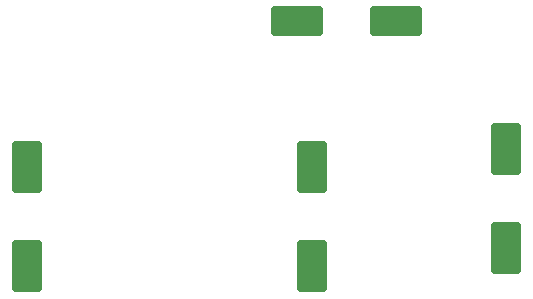
<source format=gbr>
%TF.GenerationSoftware,KiCad,Pcbnew,9.0.4*%
%TF.CreationDate,2025-10-31T13:00:25+01:00*%
%TF.ProjectId,Amperry_robot,416d7065-7272-4795-9f72-6f626f742e6b,rev?*%
%TF.SameCoordinates,Original*%
%TF.FileFunction,Paste,Bot*%
%TF.FilePolarity,Positive*%
%FSLAX46Y46*%
G04 Gerber Fmt 4.6, Leading zero omitted, Abs format (unit mm)*
G04 Created by KiCad (PCBNEW 9.0.4) date 2025-10-31 13:00:25*
%MOMM*%
%LPD*%
G01*
G04 APERTURE LIST*
G04 Aperture macros list*
%AMRoundRect*
0 Rectangle with rounded corners*
0 $1 Rounding radius*
0 $2 $3 $4 $5 $6 $7 $8 $9 X,Y pos of 4 corners*
0 Add a 4 corners polygon primitive as box body*
4,1,4,$2,$3,$4,$5,$6,$7,$8,$9,$2,$3,0*
0 Add four circle primitives for the rounded corners*
1,1,$1+$1,$2,$3*
1,1,$1+$1,$4,$5*
1,1,$1+$1,$6,$7*
1,1,$1+$1,$8,$9*
0 Add four rect primitives between the rounded corners*
20,1,$1+$1,$2,$3,$4,$5,0*
20,1,$1+$1,$4,$5,$6,$7,0*
20,1,$1+$1,$6,$7,$8,$9,0*
20,1,$1+$1,$8,$9,$2,$3,0*%
G04 Aperture macros list end*
%ADD10RoundRect,0.250000X-1.950000X-1.000000X1.950000X-1.000000X1.950000X1.000000X-1.950000X1.000000X0*%
%ADD11RoundRect,0.250000X1.000000X-1.950000X1.000000X1.950000X-1.000000X1.950000X-1.000000X-1.950000X0*%
%ADD12RoundRect,0.250000X-1.000000X1.950000X-1.000000X-1.950000X1.000000X-1.950000X1.000000X1.950000X0*%
G04 APERTURE END LIST*
D10*
%TO.C,C10*%
X38800000Y-84500000D03*
X47200000Y-84500000D03*
%TD*%
D11*
%TO.C,C5*%
X40100000Y-105200000D03*
X40100000Y-96800000D03*
%TD*%
D12*
%TO.C,C12*%
X56500000Y-95300000D03*
X56500000Y-103700000D03*
%TD*%
D11*
%TO.C,C11*%
X16000000Y-105200000D03*
X16000000Y-96800000D03*
%TD*%
M02*

</source>
